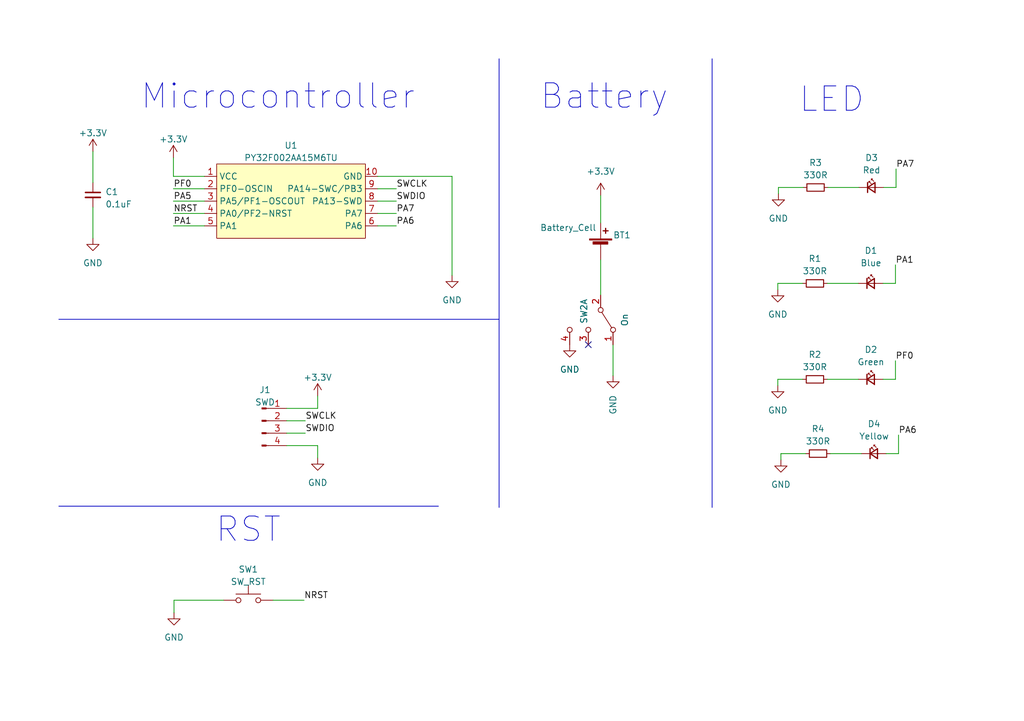
<source format=kicad_sch>
(kicad_sch (version 20230121) (generator eeschema)

  (uuid a1a5cc18-4438-4991-8797-8643680cf321)

  (paper "A5")

  (lib_symbols
    (symbol "Connector:Conn_01x04_Pin" (pin_names (offset 1.016) hide) (in_bom yes) (on_board yes)
      (property "Reference" "J" (at 0 5.08 0)
        (effects (font (size 1.27 1.27)))
      )
      (property "Value" "Conn_01x04_Pin" (at 0 -7.62 0)
        (effects (font (size 1.27 1.27)))
      )
      (property "Footprint" "" (at 0 0 0)
        (effects (font (size 1.27 1.27)) hide)
      )
      (property "Datasheet" "~" (at 0 0 0)
        (effects (font (size 1.27 1.27)) hide)
      )
      (property "ki_locked" "" (at 0 0 0)
        (effects (font (size 1.27 1.27)))
      )
      (property "ki_keywords" "connector" (at 0 0 0)
        (effects (font (size 1.27 1.27)) hide)
      )
      (property "ki_description" "Generic connector, single row, 01x04, script generated" (at 0 0 0)
        (effects (font (size 1.27 1.27)) hide)
      )
      (property "ki_fp_filters" "Connector*:*_1x??_*" (at 0 0 0)
        (effects (font (size 1.27 1.27)) hide)
      )
      (symbol "Conn_01x04_Pin_1_1"
        (polyline
          (pts
            (xy 1.27 -5.08)
            (xy 0.8636 -5.08)
          )
          (stroke (width 0.1524) (type default))
          (fill (type none))
        )
        (polyline
          (pts
            (xy 1.27 -2.54)
            (xy 0.8636 -2.54)
          )
          (stroke (width 0.1524) (type default))
          (fill (type none))
        )
        (polyline
          (pts
            (xy 1.27 0)
            (xy 0.8636 0)
          )
          (stroke (width 0.1524) (type default))
          (fill (type none))
        )
        (polyline
          (pts
            (xy 1.27 2.54)
            (xy 0.8636 2.54)
          )
          (stroke (width 0.1524) (type default))
          (fill (type none))
        )
        (rectangle (start 0.8636 -4.953) (end 0 -5.207)
          (stroke (width 0.1524) (type default))
          (fill (type outline))
        )
        (rectangle (start 0.8636 -2.413) (end 0 -2.667)
          (stroke (width 0.1524) (type default))
          (fill (type outline))
        )
        (rectangle (start 0.8636 0.127) (end 0 -0.127)
          (stroke (width 0.1524) (type default))
          (fill (type outline))
        )
        (rectangle (start 0.8636 2.667) (end 0 2.413)
          (stroke (width 0.1524) (type default))
          (fill (type outline))
        )
        (pin passive line (at 5.08 2.54 180) (length 3.81)
          (name "Pin_1" (effects (font (size 1.27 1.27))))
          (number "1" (effects (font (size 1.27 1.27))))
        )
        (pin passive line (at 5.08 0 180) (length 3.81)
          (name "Pin_2" (effects (font (size 1.27 1.27))))
          (number "2" (effects (font (size 1.27 1.27))))
        )
        (pin passive line (at 5.08 -2.54 180) (length 3.81)
          (name "Pin_3" (effects (font (size 1.27 1.27))))
          (number "3" (effects (font (size 1.27 1.27))))
        )
        (pin passive line (at 5.08 -5.08 180) (length 3.81)
          (name "Pin_4" (effects (font (size 1.27 1.27))))
          (number "4" (effects (font (size 1.27 1.27))))
        )
      )
    )
    (symbol "Device:Battery_Cell" (pin_numbers hide) (pin_names (offset 0) hide) (in_bom yes) (on_board yes)
      (property "Reference" "BT1" (at 2.54 2.54 0)
        (effects (font (size 1.27 1.27)) (justify left))
      )
      (property "Value" "Battery_Cell" (at -12.446 4.064 0)
        (effects (font (size 1.27 1.27)) (justify left))
      )
      (property "Footprint" "Batteries:BAT-HLD-001" (at 0 1.524 90)
        (effects (font (size 1.27 1.27)) hide)
      )
      (property "Datasheet" "" (at 0 1.524 90)
        (effects (font (size 1.27 1.27)))
      )
      (property "LCSC#" "" (at 0 0 0)
        (effects (font (size 1.27 1.27)) hide)
      )
      (property "manf#" "BAT-HLD-001" (at 0 0 0)
        (effects (font (size 1.27 1.27)) hide)
      )
      (property "ki_keywords" "battery cell" (at 0 0 0)
        (effects (font (size 1.27 1.27)) hide)
      )
      (property "ki_description" "Single-cell battery" (at 0 0 0)
        (effects (font (size 1.27 1.27)) hide)
      )
      (symbol "Battery_Cell_0_1"
        (rectangle (start -2.286 1.778) (end 2.286 1.524)
          (stroke (width 0) (type default))
          (fill (type outline))
        )
        (rectangle (start -1.5748 1.1938) (end 1.4732 0.6858)
          (stroke (width 0) (type default))
          (fill (type outline))
        )
        (polyline
          (pts
            (xy 0 0.762)
            (xy 0 0)
          )
          (stroke (width 0) (type default))
          (fill (type none))
        )
        (polyline
          (pts
            (xy 0 1.778)
            (xy 0 2.54)
          )
          (stroke (width 0) (type default))
          (fill (type none))
        )
        (polyline
          (pts
            (xy 0.508 3.429)
            (xy 1.524 3.429)
          )
          (stroke (width 0.254) (type default))
          (fill (type none))
        )
        (polyline
          (pts
            (xy 1.016 3.937)
            (xy 1.016 2.921)
          )
          (stroke (width 0.254) (type default))
          (fill (type none))
        )
      )
      (symbol "Battery_Cell_1_1"
        (pin passive line (at 0 -2.54 90) (length 2.54)
          (name "-" (effects (font (size 1.27 1.27))))
          (number "1" (effects (font (size 1.27 1.27))))
        )
        (pin passive line (at 0 5.08 270) (length 2.54)
          (name "+" (effects (font (size 1.27 1.27))))
          (number "2" (effects (font (size 1.27 1.27))))
        )
      )
    )
    (symbol "Device:C_Small" (pin_numbers hide) (pin_names (offset 0.254) hide) (in_bom yes) (on_board yes)
      (property "Reference" "C" (at 0.254 1.778 0)
        (effects (font (size 1.27 1.27)) (justify left))
      )
      (property "Value" "C_Small" (at 0.254 -2.032 0)
        (effects (font (size 1.27 1.27)) (justify left))
      )
      (property "Footprint" "" (at 0 0 0)
        (effects (font (size 1.27 1.27)) hide)
      )
      (property "Datasheet" "~" (at 0 0 0)
        (effects (font (size 1.27 1.27)) hide)
      )
      (property "ki_keywords" "capacitor cap" (at 0 0 0)
        (effects (font (size 1.27 1.27)) hide)
      )
      (property "ki_description" "Unpolarized capacitor, small symbol" (at 0 0 0)
        (effects (font (size 1.27 1.27)) hide)
      )
      (property "ki_fp_filters" "C_*" (at 0 0 0)
        (effects (font (size 1.27 1.27)) hide)
      )
      (symbol "C_Small_0_1"
        (polyline
          (pts
            (xy -1.524 -0.508)
            (xy 1.524 -0.508)
          )
          (stroke (width 0.3302) (type default))
          (fill (type none))
        )
        (polyline
          (pts
            (xy -1.524 0.508)
            (xy 1.524 0.508)
          )
          (stroke (width 0.3048) (type default))
          (fill (type none))
        )
      )
      (symbol "C_Small_1_1"
        (pin passive line (at 0 2.54 270) (length 2.032)
          (name "~" (effects (font (size 1.27 1.27))))
          (number "1" (effects (font (size 1.27 1.27))))
        )
        (pin passive line (at 0 -2.54 90) (length 2.032)
          (name "~" (effects (font (size 1.27 1.27))))
          (number "2" (effects (font (size 1.27 1.27))))
        )
      )
    )
    (symbol "Device:LED_Small" (pin_numbers hide) (pin_names (offset 0.254) hide) (in_bom yes) (on_board yes)
      (property "Reference" "D" (at -1.27 3.175 0)
        (effects (font (size 1.27 1.27)) (justify left))
      )
      (property "Value" "LED_Small" (at -4.445 -2.54 0)
        (effects (font (size 1.27 1.27)) (justify left))
      )
      (property "Footprint" "" (at 0 0 90)
        (effects (font (size 1.27 1.27)) hide)
      )
      (property "Datasheet" "~" (at 0 0 90)
        (effects (font (size 1.27 1.27)) hide)
      )
      (property "ki_keywords" "LED diode light-emitting-diode" (at 0 0 0)
        (effects (font (size 1.27 1.27)) hide)
      )
      (property "ki_description" "Light emitting diode, small symbol" (at 0 0 0)
        (effects (font (size 1.27 1.27)) hide)
      )
      (property "ki_fp_filters" "LED* LED_SMD:* LED_THT:*" (at 0 0 0)
        (effects (font (size 1.27 1.27)) hide)
      )
      (symbol "LED_Small_0_1"
        (polyline
          (pts
            (xy -0.762 -1.016)
            (xy -0.762 1.016)
          )
          (stroke (width 0.254) (type default))
          (fill (type none))
        )
        (polyline
          (pts
            (xy 1.016 0)
            (xy -0.762 0)
          )
          (stroke (width 0) (type default))
          (fill (type none))
        )
        (polyline
          (pts
            (xy 0.762 -1.016)
            (xy -0.762 0)
            (xy 0.762 1.016)
            (xy 0.762 -1.016)
          )
          (stroke (width 0.254) (type default))
          (fill (type none))
        )
        (polyline
          (pts
            (xy 0 0.762)
            (xy -0.508 1.27)
            (xy -0.254 1.27)
            (xy -0.508 1.27)
            (xy -0.508 1.016)
          )
          (stroke (width 0) (type default))
          (fill (type none))
        )
        (polyline
          (pts
            (xy 0.508 1.27)
            (xy 0 1.778)
            (xy 0.254 1.778)
            (xy 0 1.778)
            (xy 0 1.524)
          )
          (stroke (width 0) (type default))
          (fill (type none))
        )
      )
      (symbol "LED_Small_1_1"
        (pin passive line (at -2.54 0 0) (length 1.778)
          (name "K" (effects (font (size 1.27 1.27))))
          (number "1" (effects (font (size 1.27 1.27))))
        )
        (pin passive line (at 2.54 0 180) (length 1.778)
          (name "A" (effects (font (size 1.27 1.27))))
          (number "2" (effects (font (size 1.27 1.27))))
        )
      )
    )
    (symbol "Device:R_Small" (pin_numbers hide) (pin_names (offset 0.254) hide) (in_bom yes) (on_board yes)
      (property "Reference" "R" (at 0.762 0.508 0)
        (effects (font (size 1.27 1.27)) (justify left))
      )
      (property "Value" "R_Small" (at 0.762 -1.016 0)
        (effects (font (size 1.27 1.27)) (justify left))
      )
      (property "Footprint" "" (at 0 0 0)
        (effects (font (size 1.27 1.27)) hide)
      )
      (property "Datasheet" "~" (at 0 0 0)
        (effects (font (size 1.27 1.27)) hide)
      )
      (property "ki_keywords" "R resistor" (at 0 0 0)
        (effects (font (size 1.27 1.27)) hide)
      )
      (property "ki_description" "Resistor, small symbol" (at 0 0 0)
        (effects (font (size 1.27 1.27)) hide)
      )
      (property "ki_fp_filters" "R_*" (at 0 0 0)
        (effects (font (size 1.27 1.27)) hide)
      )
      (symbol "R_Small_0_1"
        (rectangle (start -0.762 1.778) (end 0.762 -1.778)
          (stroke (width 0.2032) (type default))
          (fill (type none))
        )
      )
      (symbol "R_Small_1_1"
        (pin passive line (at 0 2.54 270) (length 0.762)
          (name "~" (effects (font (size 1.27 1.27))))
          (number "1" (effects (font (size 1.27 1.27))))
        )
        (pin passive line (at 0 -2.54 90) (length 0.762)
          (name "~" (effects (font (size 1.27 1.27))))
          (number "2" (effects (font (size 1.27 1.27))))
        )
      )
    )
    (symbol "MCU_PY32F002:PY32F002AA15M6TU" (in_bom yes) (on_board yes)
      (property "Reference" "U" (at 0 0 0)
        (effects (font (size 1.27 1.27)))
      )
      (property "Value" "PY32F002AA15M6TU" (at 6.35 -17.78 0)
        (effects (font (size 1.27 1.27)))
      )
      (property "Footprint" "" (at 0 0 0)
        (effects (font (size 1.27 1.27)) hide)
      )
      (property "Datasheet" "https://datasheet.lcsc.com/lcsc/2303271200_PUYA--PY32F002AA15M6TU_C5292058.pdf" (at 8.89 -20.32 0)
        (effects (font (size 1.27 1.27)) hide)
      )
      (symbol "PY32F002AA15M6TU_1_1"
        (rectangle (start -3.81 -1.27) (end 26.67 -16.51)
          (stroke (width 0) (type default))
          (fill (type background))
        )
        (pin input line (at -6.35 -3.81 0) (length 2.54)
          (name "VCC" (effects (font (size 1.27 1.27))))
          (number "1" (effects (font (size 1.27 1.27))))
        )
        (pin input line (at 29.21 -3.81 180) (length 2.54)
          (name "GND" (effects (font (size 1.27 1.27))))
          (number "10" (effects (font (size 1.27 1.27))))
        )
        (pin input line (at -6.35 -6.35 0) (length 2.54)
          (name "PF0-OSCIN" (effects (font (size 1.27 1.27))))
          (number "2" (effects (font (size 1.27 1.27))))
        )
        (pin input line (at -6.35 -8.89 0) (length 2.54)
          (name "PA5/PF1-OSCOUT" (effects (font (size 1.27 1.27))))
          (number "3" (effects (font (size 1.27 1.27))))
        )
        (pin input line (at -6.35 -11.43 0) (length 2.54)
          (name "PA0/PF2-NRST" (effects (font (size 1.27 1.27))))
          (number "4" (effects (font (size 1.27 1.27))))
        )
        (pin input line (at -6.35 -13.97 0) (length 2.54)
          (name "PA1" (effects (font (size 1.27 1.27))))
          (number "5" (effects (font (size 1.27 1.27))))
        )
        (pin input line (at 29.21 -13.97 180) (length 2.54)
          (name "PA6" (effects (font (size 1.27 1.27))))
          (number "6" (effects (font (size 1.27 1.27))))
        )
        (pin input line (at 29.21 -11.43 180) (length 2.54)
          (name "PA7" (effects (font (size 1.27 1.27))))
          (number "7" (effects (font (size 1.27 1.27))))
        )
        (pin input line (at 29.21 -8.89 180) (length 2.54)
          (name "PA13-SWD" (effects (font (size 1.27 1.27))))
          (number "8" (effects (font (size 1.27 1.27))))
        )
        (pin input line (at 29.21 -6.35 180) (length 2.54)
          (name "PA14-SWC/PB3" (effects (font (size 1.27 1.27))))
          (number "9" (effects (font (size 1.27 1.27))))
        )
      )
    )
    (symbol "Switch:SW_DPDT_x2" (pin_names (offset 0) hide) (in_bom yes) (on_board yes)
      (property "Reference" "SW2" (at -1.778 -3.429 0)
        (effects (font (size 1.27 1.27)))
      )
      (property "Value" "On" (at 0 4.9276 0)
        (effects (font (size 1.27 1.27)))
      )
      (property "Footprint" "Footprints:MSK12C02" (at 0 0 0)
        (effects (font (size 1.27 1.27)) hide)
      )
      (property "Datasheet" "~" (at 0 0 0)
        (effects (font (size 1.27 1.27)) hide)
      )
      (property "manf#" "" (at 0 0 0)
        (effects (font (size 1.27 1.27)) hide)
      )
      (property "LCSC#" "C431540" (at 0 0 0)
        (effects (font (size 1.27 1.27)) hide)
      )
      (property "ki_keywords" "switch dual-pole double-throw DPDT spdt ON-ON" (at 0 0 0)
        (effects (font (size 1.27 1.27)) hide)
      )
      (property "ki_description" "Switch, dual pole double throw, separate symbols" (at 0 0 0)
        (effects (font (size 1.27 1.27)) hide)
      )
      (property "ki_fp_filters" "SW*DPDT*" (at 0 0 0)
        (effects (font (size 1.27 1.27)) hide)
      )
      (symbol "SW_DPDT_x2_0_0"
        (circle (center -2.032 0) (radius 0.508)
          (stroke (width 0) (type default))
          (fill (type none))
        )
        (circle (center 2.032 -6.35) (radius 0.508)
          (stroke (width 0) (type default))
          (fill (type none))
        )
        (circle (center 2.032 -2.54) (radius 0.508)
          (stroke (width 0) (type default))
          (fill (type none))
        )
      )
      (symbol "SW_DPDT_x2_0_1"
        (polyline
          (pts
            (xy -1.524 0.254)
            (xy 1.651 2.286)
          )
          (stroke (width 0) (type default))
          (fill (type none))
        )
        (circle (center 2.032 2.54) (radius 0.508)
          (stroke (width 0) (type default))
          (fill (type none))
        )
      )
      (symbol "SW_DPDT_x2_1_1"
        (pin passive line (at 5.08 2.54 180) (length 2.54)
          (name "A" (effects (font (size 1.27 1.27))))
          (number "1" (effects (font (size 1.27 1.27))))
        )
        (pin passive line (at -5.08 0 0) (length 2.54)
          (name "B" (effects (font (size 1.27 1.27))))
          (number "2" (effects (font (size 1.27 1.27))))
        )
        (pin passive line (at 5.08 -2.54 180) (length 2.54)
          (name "C" (effects (font (size 1.27 1.27))))
          (number "3" (effects (font (size 1.27 1.27))))
        )
        (pin passive line (at 5.08 -6.35 180) (length 2.54)
          (name "C" (effects (font (size 1.27 1.27))))
          (number "4" (effects (font (size 1.27 1.27))))
        )
      )
      (symbol "SW_DPDT_x2_2_1"
        (pin passive line (at 5.08 2.54 180) (length 2.54)
          (name "A" (effects (font (size 1.27 1.27))))
          (number "4" (effects (font (size 1.27 1.27))))
        )
        (pin passive line (at -5.08 0 0) (length 2.54)
          (name "B" (effects (font (size 1.27 1.27))))
          (number "5" (effects (font (size 1.27 1.27))))
        )
        (pin passive line (at 5.08 -2.54 180) (length 2.54)
          (name "C" (effects (font (size 1.27 1.27))))
          (number "6" (effects (font (size 1.27 1.27))))
        )
      )
    )
    (symbol "Switch:SW_Push" (pin_numbers hide) (pin_names (offset 1.016) hide) (in_bom yes) (on_board yes)
      (property "Reference" "SW" (at 1.27 2.54 0)
        (effects (font (size 1.27 1.27)) (justify left))
      )
      (property "Value" "SW_Push" (at 0 -1.524 0)
        (effects (font (size 1.27 1.27)))
      )
      (property "Footprint" "" (at 0 5.08 0)
        (effects (font (size 1.27 1.27)) hide)
      )
      (property "Datasheet" "~" (at 0 5.08 0)
        (effects (font (size 1.27 1.27)) hide)
      )
      (property "ki_keywords" "switch normally-open pushbutton push-button" (at 0 0 0)
        (effects (font (size 1.27 1.27)) hide)
      )
      (property "ki_description" "Push button switch, generic, two pins" (at 0 0 0)
        (effects (font (size 1.27 1.27)) hide)
      )
      (symbol "SW_Push_0_1"
        (circle (center -2.032 0) (radius 0.508)
          (stroke (width 0) (type default))
          (fill (type none))
        )
        (polyline
          (pts
            (xy 0 1.27)
            (xy 0 3.048)
          )
          (stroke (width 0) (type default))
          (fill (type none))
        )
        (polyline
          (pts
            (xy 2.54 1.27)
            (xy -2.54 1.27)
          )
          (stroke (width 0) (type default))
          (fill (type none))
        )
        (circle (center 2.032 0) (radius 0.508)
          (stroke (width 0) (type default))
          (fill (type none))
        )
        (pin passive line (at -5.08 0 0) (length 2.54)
          (name "1" (effects (font (size 1.27 1.27))))
          (number "1" (effects (font (size 1.27 1.27))))
        )
        (pin passive line (at 5.08 0 180) (length 2.54)
          (name "2" (effects (font (size 1.27 1.27))))
          (number "2" (effects (font (size 1.27 1.27))))
        )
      )
    )
    (symbol "power:+3.3V" (power) (pin_names (offset 0)) (in_bom yes) (on_board yes)
      (property "Reference" "#PWR" (at 0 -3.81 0)
        (effects (font (size 1.27 1.27)) hide)
      )
      (property "Value" "+3.3V" (at 0 3.556 0)
        (effects (font (size 1.27 1.27)))
      )
      (property "Footprint" "" (at 0 0 0)
        (effects (font (size 1.27 1.27)) hide)
      )
      (property "Datasheet" "" (at 0 0 0)
        (effects (font (size 1.27 1.27)) hide)
      )
      (property "ki_keywords" "global power" (at 0 0 0)
        (effects (font (size 1.27 1.27)) hide)
      )
      (property "ki_description" "Power symbol creates a global label with name \"+3.3V\"" (at 0 0 0)
        (effects (font (size 1.27 1.27)) hide)
      )
      (symbol "+3.3V_0_1"
        (polyline
          (pts
            (xy -0.762 1.27)
            (xy 0 2.54)
          )
          (stroke (width 0) (type default))
          (fill (type none))
        )
        (polyline
          (pts
            (xy 0 0)
            (xy 0 2.54)
          )
          (stroke (width 0) (type default))
          (fill (type none))
        )
        (polyline
          (pts
            (xy 0 2.54)
            (xy 0.762 1.27)
          )
          (stroke (width 0) (type default))
          (fill (type none))
        )
      )
      (symbol "+3.3V_1_1"
        (pin power_in line (at 0 0 90) (length 0) hide
          (name "+3.3V" (effects (font (size 1.27 1.27))))
          (number "1" (effects (font (size 1.27 1.27))))
        )
      )
    )
    (symbol "power:GND" (power) (pin_names (offset 0)) (in_bom yes) (on_board yes)
      (property "Reference" "#PWR" (at 0 -6.35 0)
        (effects (font (size 1.27 1.27)) hide)
      )
      (property "Value" "GND" (at 0 -3.81 0)
        (effects (font (size 1.27 1.27)))
      )
      (property "Footprint" "" (at 0 0 0)
        (effects (font (size 1.27 1.27)) hide)
      )
      (property "Datasheet" "" (at 0 0 0)
        (effects (font (size 1.27 1.27)) hide)
      )
      (property "ki_keywords" "global power" (at 0 0 0)
        (effects (font (size 1.27 1.27)) hide)
      )
      (property "ki_description" "Power symbol creates a global label with name \"GND\" , ground" (at 0 0 0)
        (effects (font (size 1.27 1.27)) hide)
      )
      (symbol "GND_0_1"
        (polyline
          (pts
            (xy 0 0)
            (xy 0 -1.27)
            (xy 1.27 -1.27)
            (xy 0 -2.54)
            (xy -1.27 -1.27)
            (xy 0 -1.27)
          )
          (stroke (width 0) (type default))
          (fill (type none))
        )
      )
      (symbol "GND_1_1"
        (pin power_in line (at 0 0 270) (length 0) hide
          (name "GND" (effects (font (size 1.27 1.27))))
          (number "1" (effects (font (size 1.27 1.27))))
        )
      )
    )
  )


  (no_connect (at 120.65 70.739) (uuid 83e8ed96-d49b-447f-95fd-9a5d9adcf16d))

  (wire (pts (xy 159.512 77.851) (xy 159.512 79.121))
    (stroke (width 0) (type default))
    (uuid 13a68be8-5d07-498b-8a2d-06665fbc39a9)
  )
  (polyline (pts (xy 102.362 12.065) (xy 102.362 104.14))
    (stroke (width 0) (type default))
    (uuid 1dd5df71-e933-4a9e-82eb-346af3178305)
  )

  (wire (pts (xy 65.151 81.28) (xy 65.151 83.82))
    (stroke (width 0) (type default))
    (uuid 26c0d3c2-fdfa-4510-a494-d2868ae51b02)
  )
  (wire (pts (xy 65.151 83.82) (xy 58.801 83.82))
    (stroke (width 0) (type default))
    (uuid 26d7bfd8-f2cb-4252-bb78-eb707e8e7125)
  )
  (wire (pts (xy 125.73 70.739) (xy 125.73 77.089))
    (stroke (width 0) (type default))
    (uuid 2719f820-d66a-425a-9b92-933e0ee17dfb)
  )
  (wire (pts (xy 58.801 86.36) (xy 62.611 86.36))
    (stroke (width 0) (type default))
    (uuid 2dd200fa-823c-4869-879d-4c113fcbd232)
  )
  (wire (pts (xy 35.56 36.195) (xy 35.56 32.385))
    (stroke (width 0) (type default))
    (uuid 38f49c93-db6c-4357-98da-4fba912fd7c4)
  )
  (polyline (pts (xy 12.065 103.886) (xy 89.916 103.886))
    (stroke (width 0) (type default))
    (uuid 41d079a5-fa0f-4538-9361-668d1579fb8e)
  )

  (wire (pts (xy 169.672 58.166) (xy 176.022 58.166))
    (stroke (width 0) (type default))
    (uuid 47585111-f935-4434-bf98-9c432b366150)
  )
  (wire (pts (xy 164.719 38.481) (xy 159.639 38.481))
    (stroke (width 0) (type default))
    (uuid 48042ff5-7c73-49bb-be5c-f63a281a78cc)
  )
  (wire (pts (xy 184.277 89.281) (xy 184.277 93.091))
    (stroke (width 0) (type default))
    (uuid 4d812862-1e87-43a0-a1e4-816ac4fa61d9)
  )
  (wire (pts (xy 183.642 54.356) (xy 183.642 58.166))
    (stroke (width 0) (type default))
    (uuid 51287c98-29c5-46a8-90f2-f498545f32b5)
  )
  (wire (pts (xy 169.672 77.851) (xy 176.022 77.851))
    (stroke (width 0) (type default))
    (uuid 53cf2623-7567-4cf4-b3f8-a918d7506c14)
  )
  (wire (pts (xy 19.05 31.115) (xy 19.05 37.465))
    (stroke (width 0) (type default))
    (uuid 599bef44-892f-4b1a-be9b-cec678ed6e96)
  )
  (wire (pts (xy 169.799 38.481) (xy 176.149 38.481))
    (stroke (width 0) (type default))
    (uuid 611613e0-59f6-4add-9f47-b963996b5536)
  )
  (wire (pts (xy 183.642 58.166) (xy 181.102 58.166))
    (stroke (width 0) (type default))
    (uuid 62458583-7421-479a-a726-0615f7871a38)
  )
  (wire (pts (xy 35.687 123.19) (xy 35.687 125.73))
    (stroke (width 0) (type default))
    (uuid 66c5ba0b-9d8d-462c-b470-587b46e3b3f9)
  )
  (polyline (pts (xy 12.065 65.532) (xy 102.362 65.532))
    (stroke (width 0) (type default))
    (uuid 725a7dc8-dfa4-4b6e-8861-199dc03e27da)
  )

  (wire (pts (xy 164.592 58.166) (xy 159.512 58.166))
    (stroke (width 0) (type default))
    (uuid 74b95e1d-328f-40b4-8d2e-5f12fdea9b7b)
  )
  (wire (pts (xy 164.592 77.851) (xy 159.512 77.851))
    (stroke (width 0) (type default))
    (uuid 75b31ba7-8e15-4432-9804-468f31ed0cee)
  )
  (wire (pts (xy 170.307 93.091) (xy 176.657 93.091))
    (stroke (width 0) (type default))
    (uuid 76e69c8e-9a26-429b-a1d0-37493e590c97)
  )
  (wire (pts (xy 159.512 58.166) (xy 159.512 59.436))
    (stroke (width 0) (type default))
    (uuid 771c0669-99a0-45ec-9e3f-702d603aca8e)
  )
  (wire (pts (xy 184.277 93.091) (xy 181.737 93.091))
    (stroke (width 0) (type default))
    (uuid 79fb16b2-6c00-4db5-9762-f3a3a4fa67f2)
  )
  (wire (pts (xy 41.91 36.195) (xy 35.56 36.195))
    (stroke (width 0) (type default))
    (uuid 7a4d6d58-59c1-4190-9af7-3d6adc348d37)
  )
  (wire (pts (xy 56.007 123.19) (xy 62.357 123.19))
    (stroke (width 0) (type default))
    (uuid 7bd1485f-7cba-400e-ad4a-74d815f51939)
  )
  (wire (pts (xy 183.642 77.851) (xy 181.102 77.851))
    (stroke (width 0) (type default))
    (uuid 8320813b-8386-4ce4-9387-be68c7400de2)
  )
  (wire (pts (xy 123.19 53.34) (xy 123.19 60.579))
    (stroke (width 0) (type default))
    (uuid 84b370c3-0c1f-4b91-a617-b747aeb3c4a2)
  )
  (wire (pts (xy 35.56 38.735) (xy 41.91 38.735))
    (stroke (width 0) (type default))
    (uuid 84bbac33-ec6f-4847-a955-390597adb1e3)
  )
  (wire (pts (xy 19.05 42.545) (xy 19.05 48.895))
    (stroke (width 0) (type default))
    (uuid 8ddc584c-fdc3-4917-9830-336aff348715)
  )
  (wire (pts (xy 92.71 36.195) (xy 92.71 56.515))
    (stroke (width 0) (type default))
    (uuid 9392de76-bc0e-4986-8784-83d857a093b2)
  )
  (wire (pts (xy 35.56 43.815) (xy 41.91 43.815))
    (stroke (width 0) (type default))
    (uuid 96e4ea09-40a6-40c1-ac65-8dd0db496987)
  )
  (wire (pts (xy 159.639 38.481) (xy 159.639 39.751))
    (stroke (width 0) (type default))
    (uuid 9ac13caf-72c1-4a12-9f6b-f5ba6fe06c11)
  )
  (wire (pts (xy 58.801 88.9) (xy 62.611 88.9))
    (stroke (width 0) (type default))
    (uuid a44da537-8a40-45c3-bf5a-8e9d06a4b39a)
  )
  (polyline (pts (xy 146.05 12.065) (xy 146.05 104.14))
    (stroke (width 0) (type default))
    (uuid a8a08569-4907-40f9-a80a-c753b7bb065a)
  )

  (wire (pts (xy 77.47 43.815) (xy 81.28 43.815))
    (stroke (width 0) (type default))
    (uuid ad6fd5b7-17fb-4c2b-aa9a-a69aeb2c0f88)
  )
  (wire (pts (xy 77.47 46.355) (xy 81.28 46.355))
    (stroke (width 0) (type default))
    (uuid c3bbf463-8355-4fab-a804-1be5f2217ad5)
  )
  (wire (pts (xy 77.47 41.275) (xy 81.28 41.275))
    (stroke (width 0) (type default))
    (uuid c3c4d7e2-3854-4330-87c3-6092ad5206cc)
  )
  (wire (pts (xy 165.227 93.091) (xy 160.147 93.091))
    (stroke (width 0) (type default))
    (uuid ceab4f9b-c2eb-4234-963f-c5d5a5f4fd68)
  )
  (wire (pts (xy 45.847 123.19) (xy 35.687 123.19))
    (stroke (width 0) (type default))
    (uuid d09ec1cb-38f5-47ae-9a0c-6d5b06b89e68)
  )
  (wire (pts (xy 123.19 40.132) (xy 123.19 45.72))
    (stroke (width 0) (type default))
    (uuid d468eac0-d37c-4050-aec9-6aa211bd68f2)
  )
  (wire (pts (xy 77.47 38.735) (xy 81.28 38.735))
    (stroke (width 0) (type default))
    (uuid d715695b-0121-4012-819b-ac211d4e6c04)
  )
  (wire (pts (xy 35.56 46.355) (xy 41.91 46.355))
    (stroke (width 0) (type default))
    (uuid da07c45e-14da-4437-9088-1115a5f620fc)
  )
  (wire (pts (xy 35.56 41.275) (xy 41.91 41.275))
    (stroke (width 0) (type default))
    (uuid db4159e0-b440-4c51-957e-00e7bc340f5c)
  )
  (wire (pts (xy 183.642 74.041) (xy 183.642 77.851))
    (stroke (width 0) (type default))
    (uuid e25d13df-b43f-4c21-bd59-69225b7c345b)
  )
  (wire (pts (xy 77.47 36.195) (xy 92.71 36.195))
    (stroke (width 0) (type default))
    (uuid e2d5671e-6de2-43a3-97cb-f5c6da4f1dfb)
  )
  (wire (pts (xy 183.769 34.671) (xy 183.769 38.481))
    (stroke (width 0) (type default))
    (uuid e433dcbb-0cf8-4f8a-bf9b-59d3fba446e6)
  )
  (wire (pts (xy 65.151 93.98) (xy 65.151 91.44))
    (stroke (width 0) (type default))
    (uuid e620eeec-3522-44c7-b2f5-cf507031f7c5)
  )
  (wire (pts (xy 65.151 91.44) (xy 58.801 91.44))
    (stroke (width 0) (type default))
    (uuid ee0e49e2-9c81-46e0-a4a2-98136e21a9fb)
  )
  (wire (pts (xy 183.769 38.481) (xy 181.229 38.481))
    (stroke (width 0) (type default))
    (uuid ee4cc541-e9ca-4ed9-a494-66f78f8976ff)
  )
  (wire (pts (xy 160.147 93.091) (xy 160.147 94.361))
    (stroke (width 0) (type default))
    (uuid eefcb719-3b0c-49d4-8a8d-16cab6a344b5)
  )

  (text "Microcontroller" (at 28.702 22.86 0)
    (effects (font (size 5 5)) (justify left bottom))
    (uuid 4321c248-811b-4e52-88c0-8e6544cfb266)
  )
  (text "LED\n" (at 163.703 23.495 0)
    (effects (font (size 5 5)) (justify left bottom))
    (uuid 484789b1-2fe5-4fa2-9fec-8ffed0bbc9cf)
  )
  (text "RST" (at 44.069 111.76 0)
    (effects (font (size 5 5)) (justify left bottom))
    (uuid a756b1ed-809a-4207-8986-252e06852ba0)
  )
  (text "Battery" (at 110.617 22.86 0)
    (effects (font (size 5 5)) (justify left bottom))
    (uuid dcb0dd38-86ee-4268-a739-caff9ab7e1a1)
  )

  (label "SWDIO" (at 81.28 41.275 0) (fields_autoplaced)
    (effects (font (size 1.27 1.27)) (justify left bottom))
    (uuid 03737f87-83b7-46ea-8396-5adce9db8f8a)
  )
  (label "NRST" (at 62.357 123.19 0) (fields_autoplaced)
    (effects (font (size 1.27 1.27)) (justify left bottom))
    (uuid 04ea1888-8f79-4f38-bb04-a85ed33c715a)
  )
  (label "PA1" (at 183.642 54.356 0) (fields_autoplaced)
    (effects (font (size 1.27 1.27)) (justify left bottom))
    (uuid 0f2cbb44-b1a9-4f71-9168-e18d86a6efcc)
  )
  (label "SWDIO" (at 62.611 88.9 0) (fields_autoplaced)
    (effects (font (size 1.27 1.27)) (justify left bottom))
    (uuid 152dcc3b-2940-4f23-a02e-623673f3f61b)
  )
  (label "PF0" (at 183.642 74.041 0) (fields_autoplaced)
    (effects (font (size 1.27 1.27)) (justify left bottom))
    (uuid 303fa836-e9c0-4bf5-a2db-c8bba27ca9ac)
  )
  (label "NRST" (at 35.56 43.815 0) (fields_autoplaced)
    (effects (font (size 1.27 1.27)) (justify left bottom))
    (uuid 4fe187c9-832a-4fb3-ab60-9a6dd7828b02)
  )
  (label "PA5" (at 35.56 41.275 0) (fields_autoplaced)
    (effects (font (size 1.27 1.27)) (justify left bottom))
    (uuid 70d0d22f-4c50-40b2-9264-b20146e99ed6)
  )
  (label "PF0" (at 35.56 38.735 0) (fields_autoplaced)
    (effects (font (size 1.27 1.27)) (justify left bottom))
    (uuid 8c168375-ee47-4a06-ace4-c8acbd786600)
  )
  (label "PA7" (at 183.769 34.671 0) (fields_autoplaced)
    (effects (font (size 1.27 1.27)) (justify left bottom))
    (uuid a1f09f0a-4b1e-42fd-bcc6-ec3fbb8d81e3)
  )
  (label "PA6" (at 184.277 89.281 0) (fields_autoplaced)
    (effects (font (size 1.27 1.27)) (justify left bottom))
    (uuid c68b8944-fd8e-4efe-9eef-5c484705bf96)
  )
  (label "SWCLK" (at 62.611 86.36 0) (fields_autoplaced)
    (effects (font (size 1.27 1.27)) (justify left bottom))
    (uuid dd7ef1b3-6dd7-437a-bb78-5f6c672ebe86)
  )
  (label "PA7" (at 81.28 43.815 0) (fields_autoplaced)
    (effects (font (size 1.27 1.27)) (justify left bottom))
    (uuid e4156e28-4f9c-4d8c-b7ab-5ca68d4f5d93)
  )
  (label "SWCLK" (at 81.28 38.735 0) (fields_autoplaced)
    (effects (font (size 1.27 1.27)) (justify left bottom))
    (uuid e4d44408-747d-48b5-b7fd-900aff2c108c)
  )
  (label "PA6" (at 81.28 46.355 0) (fields_autoplaced)
    (effects (font (size 1.27 1.27)) (justify left bottom))
    (uuid f6a88014-4180-4376-944a-49363f7a66f3)
  )
  (label "PA1" (at 35.56 46.355 0) (fields_autoplaced)
    (effects (font (size 1.27 1.27)) (justify left bottom))
    (uuid fae34c91-72c1-4b09-8e8f-6624e2a153b6)
  )

  (symbol (lib_id "power:GND") (at 65.151 93.98 0) (unit 1)
    (in_bom yes) (on_board yes) (dnp no) (fields_autoplaced)
    (uuid 0a465c0d-fd9e-4a45-b7bb-ca8eee168228)
    (property "Reference" "#PWR012" (at 65.151 100.33 0)
      (effects (font (size 1.27 1.27)) hide)
    )
    (property "Value" "GND" (at 65.151 99.06 0)
      (effects (font (size 1.27 1.27)))
    )
    (property "Footprint" "" (at 65.151 93.98 0)
      (effects (font (size 1.27 1.27)) hide)
    )
    (property "Datasheet" "" (at 65.151 93.98 0)
      (effects (font (size 1.27 1.27)) hide)
    )
    (pin "1" (uuid 533b0d31-0da7-495b-8eb6-1b1aa95b032b))
    (instances
      (project "PUYA_Prototype"
        (path "/91c4888c-83fe-4d7b-b1c7-0dcb45a826cb"
          (reference "#PWR012") (unit 1)
        )
      )
      (project "Badge-HackGDL2023"
        (path "/a1a5cc18-4438-4991-8797-8643680cf321"
          (reference "#PWR017") (unit 1)
        )
      )
    )
  )

  (symbol (lib_id "Device:Battery_Cell") (at 123.19 50.8 0) (unit 1)
    (in_bom yes) (on_board yes) (dnp no)
    (uuid 0b1ad350-2dd6-4782-b47d-88e842cd8ab8)
    (property "Reference" "BT1" (at 125.73 48.26 0)
      (effects (font (size 1.27 1.27)) (justify left))
    )
    (property "Value" "Battery_Cell" (at 110.744 46.736 0)
      (effects (font (size 1.27 1.27)) (justify left))
    )
    (property "Footprint" "Batteries:BAT-HLD-001" (at 123.19 49.276 90)
      (effects (font (size 1.27 1.27)) hide)
    )
    (property "Datasheet" "" (at 123.19 49.276 90)
      (effects (font (size 1.27 1.27)))
    )
    (property "LCSC#" "C964833" (at 123.19 50.8 0)
      (effects (font (size 1.27 1.27)) hide)
    )
    (property "manf#" "" (at 123.19 50.8 0)
      (effects (font (size 1.27 1.27)) hide)
    )
    (pin "2" (uuid b2d935e2-70f8-481b-8889-cb277210907c))
    (pin "1" (uuid b0dd3509-68a8-42cf-9466-3e79e63d3d75))
    (instances
      (project "Piñata"
        (path "/56c07328-4343-402c-a925-bec4be391fc9"
          (reference "BT1") (unit 1)
        )
      )
      (project "AjoloteBoard"
        (path "/7f3eb118-a20c-4239-b800-c9211c66847d"
          (reference "BT1") (unit 1)
        )
      )
      (project "Badge-HackGDL2023"
        (path "/a1a5cc18-4438-4991-8797-8643680cf321"
          (reference "BT1") (unit 1)
        )
      )
    )
  )

  (symbol (lib_id "Device:R_Small") (at 167.767 93.091 90) (unit 1)
    (in_bom yes) (on_board yes) (dnp no) (fields_autoplaced)
    (uuid 0cca873f-0d4a-4b0d-b526-c9c1191db84b)
    (property "Reference" "R4" (at 167.767 88.011 90)
      (effects (font (size 1.27 1.27)))
    )
    (property "Value" "330R" (at 167.767 90.551 90)
      (effects (font (size 1.27 1.27)))
    )
    (property "Footprint" "Resistor_SMD:R_0805_2012Metric" (at 167.767 93.091 0)
      (effects (font (size 1.27 1.27)) hide)
    )
    (property "Datasheet" "~" (at 167.767 93.091 0)
      (effects (font (size 1.27 1.27)) hide)
    )
    (property "LCSC#" "C119075" (at 167.767 93.091 0)
      (effects (font (size 1.27 1.27)) hide)
    )
    (property "manf#" "" (at 167.767 93.091 0)
      (effects (font (size 1.27 1.27)) hide)
    )
    (pin "1" (uuid 2676234b-acad-476d-9874-eca70c66052d))
    (pin "2" (uuid c0290914-38b9-47f3-9193-22221eb8eb19))
    (instances
      (project "Piñata"
        (path "/56c07328-4343-402c-a925-bec4be391fc9"
          (reference "R4") (unit 1)
        )
      )
      (project "PUYA_Prototype"
        (path "/91c4888c-83fe-4d7b-b1c7-0dcb45a826cb"
          (reference "R1") (unit 1)
        )
      )
      (project "Badge-HackGDL2023"
        (path "/a1a5cc18-4438-4991-8797-8643680cf321"
          (reference "R4") (unit 1)
        )
      )
    )
  )

  (symbol (lib_id "Device:LED_Small") (at 178.562 58.166 0) (unit 1)
    (in_bom yes) (on_board yes) (dnp no) (fields_autoplaced)
    (uuid 18490bfc-51fe-47a8-9113-e428b4455679)
    (property "Reference" "D2" (at 178.6255 51.435 0)
      (effects (font (size 1.27 1.27)))
    )
    (property "Value" "Blue" (at 178.6255 53.975 0)
      (effects (font (size 1.27 1.27)))
    )
    (property "Footprint" "LED_SMD:LED_0805_2012Metric" (at 178.562 58.166 90)
      (effects (font (size 1.27 1.27)) hide)
    )
    (property "Datasheet" "~" (at 178.562 58.166 90)
      (effects (font (size 1.27 1.27)) hide)
    )
    (property "LCSC#" "C205441" (at 178.562 58.166 0)
      (effects (font (size 1.27 1.27)) hide)
    )
    (property "manf#" "" (at 178.562 58.166 0)
      (effects (font (size 1.27 1.27)) hide)
    )
    (pin "1" (uuid 3adf5c52-b05b-460f-bae3-9c723a77cacf))
    (pin "2" (uuid ec111952-9887-4df5-b8c9-87da46e496f5))
    (instances
      (project "Piñata"
        (path "/56c07328-4343-402c-a925-bec4be391fc9"
          (reference "D2") (unit 1)
        )
      )
      (project "PUYA_Prototype"
        (path "/91c4888c-83fe-4d7b-b1c7-0dcb45a826cb"
          (reference "D1") (unit 1)
        )
      )
      (project "Badge-HackGDL2023"
        (path "/a1a5cc18-4438-4991-8797-8643680cf321"
          (reference "D1") (unit 1)
        )
      )
    )
  )

  (symbol (lib_id "Device:LED_Small") (at 178.689 38.481 0) (unit 1)
    (in_bom yes) (on_board yes) (dnp no) (fields_autoplaced)
    (uuid 2d557b23-ee1a-4383-a72b-3b25351e0095)
    (property "Reference" "D1" (at 178.7525 32.385 0)
      (effects (font (size 1.27 1.27)))
    )
    (property "Value" "Red" (at 178.7525 34.925 0)
      (effects (font (size 1.27 1.27)))
    )
    (property "Footprint" "LED_SMD:LED_0805_2012Metric" (at 178.689 38.481 90)
      (effects (font (size 1.27 1.27)) hide)
    )
    (property "Datasheet" "~" (at 178.689 38.481 90)
      (effects (font (size 1.27 1.27)) hide)
    )
    (property "LCSC#" "C965812" (at 178.689 38.481 0)
      (effects (font (size 1.27 1.27)) hide)
    )
    (property "manf#" "" (at 178.689 38.481 0)
      (effects (font (size 1.27 1.27)) hide)
    )
    (pin "1" (uuid c2150fa7-059f-4113-8d00-3b421f4840fb))
    (pin "2" (uuid 1106dbab-66bd-403f-b38b-a1ff0d188001))
    (instances
      (project "Piñata"
        (path "/56c07328-4343-402c-a925-bec4be391fc9"
          (reference "D1") (unit 1)
        )
      )
      (project "PUYA_Prototype"
        (path "/91c4888c-83fe-4d7b-b1c7-0dcb45a826cb"
          (reference "D1") (unit 1)
        )
      )
      (project "Badge-HackGDL2023"
        (path "/a1a5cc18-4438-4991-8797-8643680cf321"
          (reference "D3") (unit 1)
        )
      )
    )
  )

  (symbol (lib_id "Device:C_Small") (at 19.05 40.005 0) (unit 1)
    (in_bom yes) (on_board yes) (dnp no) (fields_autoplaced)
    (uuid 3697b996-3bb8-4b07-a3e2-09258a6c2474)
    (property "Reference" "C1" (at 21.59 39.3763 0)
      (effects (font (size 1.27 1.27)) (justify left))
    )
    (property "Value" "0.1uF" (at 21.59 41.9163 0)
      (effects (font (size 1.27 1.27)) (justify left))
    )
    (property "Footprint" "Capacitor_SMD:C_0805_2012Metric" (at 19.05 40.005 0)
      (effects (font (size 1.27 1.27)) hide)
    )
    (property "Datasheet" "~" (at 19.05 40.005 0)
      (effects (font (size 1.27 1.27)) hide)
    )
    (property "LCSC#" "C235731" (at 19.05 40.005 0)
      (effects (font (size 1.27 1.27)) hide)
    )
    (property "manf#" "" (at 19.05 40.005 0)
      (effects (font (size 1.27 1.27)) hide)
    )
    (pin "1" (uuid cc530139-b17e-458c-a86b-2bef265a7a42))
    (pin "2" (uuid 5af09331-3e62-4a62-ad87-e3b62ef7a74d))
    (instances
      (project "Piñata"
        (path "/56c07328-4343-402c-a925-bec4be391fc9"
          (reference "C1") (unit 1)
        )
      )
      (project "PUYA_Prototype"
        (path "/91c4888c-83fe-4d7b-b1c7-0dcb45a826cb"
          (reference "C3") (unit 1)
        )
      )
      (project "Badge-HackGDL2023"
        (path "/a1a5cc18-4438-4991-8797-8643680cf321"
          (reference "C1") (unit 1)
        )
      )
    )
  )

  (symbol (lib_id "power:GND") (at 125.73 77.089 0) (unit 1)
    (in_bom yes) (on_board yes) (dnp no) (fields_autoplaced)
    (uuid 36b6d12d-b320-4f77-ad7d-6962aa491713)
    (property "Reference" "#PWR09" (at 125.73 83.439 0)
      (effects (font (size 1.27 1.27)) hide)
    )
    (property "Value" "GND" (at 125.73 81.026 90)
      (effects (font (size 1.27 1.27)) (justify right))
    )
    (property "Footprint" "" (at 125.73 77.089 0)
      (effects (font (size 1.27 1.27)) hide)
    )
    (property "Datasheet" "" (at 125.73 77.089 0)
      (effects (font (size 1.27 1.27)) hide)
    )
    (pin "1" (uuid 1dc11f24-bb30-462d-a7db-f73ac285870f))
    (instances
      (project "Piñata"
        (path "/56c07328-4343-402c-a925-bec4be391fc9"
          (reference "#PWR09") (unit 1)
        )
      )
      (project "PUYA_Prototype"
        (path "/91c4888c-83fe-4d7b-b1c7-0dcb45a826cb"
          (reference "#PWR010") (unit 1)
        )
      )
      (project "Badge-HackGDL2023"
        (path "/a1a5cc18-4438-4991-8797-8643680cf321"
          (reference "#PWR011") (unit 1)
        )
      )
    )
  )

  (symbol (lib_id "power:+3.3V") (at 35.56 32.385 0) (unit 1)
    (in_bom yes) (on_board yes) (dnp no) (fields_autoplaced)
    (uuid 4aa8b3df-809d-45ca-8fa4-a74195d088f5)
    (property "Reference" "#PWR03" (at 35.56 36.195 0)
      (effects (font (size 1.27 1.27)) hide)
    )
    (property "Value" "+3.3V" (at 35.56 28.575 0)
      (effects (font (size 1.27 1.27)))
    )
    (property "Footprint" "" (at 35.56 32.385 0)
      (effects (font (size 1.27 1.27)) hide)
    )
    (property "Datasheet" "" (at 35.56 32.385 0)
      (effects (font (size 1.27 1.27)) hide)
    )
    (pin "1" (uuid 6609c25b-f592-4394-9fd1-561335aaf17c))
    (instances
      (project "Piñata"
        (path "/56c07328-4343-402c-a925-bec4be391fc9"
          (reference "#PWR03") (unit 1)
        )
      )
      (project "PUYA_Prototype"
        (path "/91c4888c-83fe-4d7b-b1c7-0dcb45a826cb"
          (reference "#PWR04") (unit 1)
        )
      )
      (project "Badge-HackGDL2023"
        (path "/a1a5cc18-4438-4991-8797-8643680cf321"
          (reference "#PWR03") (unit 1)
        )
      )
    )
  )

  (symbol (lib_id "power:GND") (at 92.71 56.515 0) (unit 1)
    (in_bom yes) (on_board yes) (dnp no) (fields_autoplaced)
    (uuid 4ea05756-5c11-4127-b1f0-11df7b17b4be)
    (property "Reference" "#PWR04" (at 92.71 62.865 0)
      (effects (font (size 1.27 1.27)) hide)
    )
    (property "Value" "GND" (at 92.71 61.595 0)
      (effects (font (size 1.27 1.27)))
    )
    (property "Footprint" "" (at 92.71 56.515 0)
      (effects (font (size 1.27 1.27)) hide)
    )
    (property "Datasheet" "" (at 92.71 56.515 0)
      (effects (font (size 1.27 1.27)) hide)
    )
    (pin "1" (uuid fe341d17-1d9a-4464-aea4-32fcb9351069))
    (instances
      (project "Piñata"
        (path "/56c07328-4343-402c-a925-bec4be391fc9"
          (reference "#PWR04") (unit 1)
        )
      )
      (project "PUYA_Prototype"
        (path "/91c4888c-83fe-4d7b-b1c7-0dcb45a826cb"
          (reference "#PWR06") (unit 1)
        )
      )
      (project "Badge-HackGDL2023"
        (path "/a1a5cc18-4438-4991-8797-8643680cf321"
          (reference "#PWR04") (unit 1)
        )
      )
    )
  )

  (symbol (lib_id "Switch:SW_Push") (at 50.927 123.19 0) (unit 1)
    (in_bom yes) (on_board yes) (dnp no) (fields_autoplaced)
    (uuid 5761836f-5f8f-4121-9ea0-e93bcc19f82d)
    (property "Reference" "SW1" (at 50.927 116.84 0)
      (effects (font (size 1.27 1.27)))
    )
    (property "Value" "SW_RST" (at 50.927 119.38 0)
      (effects (font (size 1.27 1.27)))
    )
    (property "Footprint" "Button_Switch_SMD:SW_SPST_TL3342" (at 50.927 118.11 0)
      (effects (font (size 1.27 1.27)) hide)
    )
    (property "Datasheet" "~" (at 50.927 118.11 0)
      (effects (font (size 1.27 1.27)) hide)
    )
    (property "LCSC#" "C318889" (at 50.927 123.19 0)
      (effects (font (size 1.27 1.27)) hide)
    )
    (property "manf#" "" (at 50.927 123.19 0)
      (effects (font (size 1.27 1.27)) hide)
    )
    (pin "1" (uuid 2b6c947a-f170-4fbc-a005-0f3164d3f4a9))
    (pin "2" (uuid ec4dabca-512a-4e89-acb0-b4082f5e6b4f))
    (instances
      (project "Piñata"
        (path "/56c07328-4343-402c-a925-bec4be391fc9"
          (reference "SW1") (unit 1)
        )
      )
      (project "PUYA_Prototype"
        (path "/91c4888c-83fe-4d7b-b1c7-0dcb45a826cb"
          (reference "SW1") (unit 1)
        )
      )
      (project "Badge-HackGDL2023"
        (path "/a1a5cc18-4438-4991-8797-8643680cf321"
          (reference "SW1") (unit 1)
        )
      )
    )
  )

  (symbol (lib_id "power:GND") (at 19.05 48.895 0) (unit 1)
    (in_bom yes) (on_board yes) (dnp no) (fields_autoplaced)
    (uuid 5831a44e-62f2-40f9-82d7-0704db2992df)
    (property "Reference" "#PWR02" (at 19.05 55.245 0)
      (effects (font (size 1.27 1.27)) hide)
    )
    (property "Value" "GND" (at 19.05 53.975 0)
      (effects (font (size 1.27 1.27)))
    )
    (property "Footprint" "" (at 19.05 48.895 0)
      (effects (font (size 1.27 1.27)) hide)
    )
    (property "Datasheet" "" (at 19.05 48.895 0)
      (effects (font (size 1.27 1.27)) hide)
    )
    (pin "1" (uuid 8853ebcc-dd36-4b27-a45c-34306e5687e3))
    (instances
      (project "Piñata"
        (path "/56c07328-4343-402c-a925-bec4be391fc9"
          (reference "#PWR02") (unit 1)
        )
      )
      (project "PUYA_Prototype"
        (path "/91c4888c-83fe-4d7b-b1c7-0dcb45a826cb"
          (reference "#PWR07") (unit 1)
        )
      )
      (project "Badge-HackGDL2023"
        (path "/a1a5cc18-4438-4991-8797-8643680cf321"
          (reference "#PWR02") (unit 1)
        )
      )
    )
  )

  (symbol (lib_id "power:GND") (at 35.687 125.73 0) (unit 1)
    (in_bom yes) (on_board yes) (dnp no) (fields_autoplaced)
    (uuid 59eeb4db-988c-496c-9c05-f127a0ae0abb)
    (property "Reference" "#PWR05" (at 35.687 132.08 0)
      (effects (font (size 1.27 1.27)) hide)
    )
    (property "Value" "GND" (at 35.687 130.81 0)
      (effects (font (size 1.27 1.27)))
    )
    (property "Footprint" "" (at 35.687 125.73 0)
      (effects (font (size 1.27 1.27)) hide)
    )
    (property "Datasheet" "" (at 35.687 125.73 0)
      (effects (font (size 1.27 1.27)) hide)
    )
    (pin "1" (uuid 0e7175bb-9a1b-41ca-8da4-ea0c87de075e))
    (instances
      (project "Piñata"
        (path "/56c07328-4343-402c-a925-bec4be391fc9"
          (reference "#PWR05") (unit 1)
        )
      )
      (project "PUYA_Prototype"
        (path "/91c4888c-83fe-4d7b-b1c7-0dcb45a826cb"
          (reference "#PWR010") (unit 1)
        )
      )
      (project "Badge-HackGDL2023"
        (path "/a1a5cc18-4438-4991-8797-8643680cf321"
          (reference "#PWR05") (unit 1)
        )
      )
    )
  )

  (symbol (lib_id "power:GND") (at 160.147 94.361 0) (unit 1)
    (in_bom yes) (on_board yes) (dnp no) (fields_autoplaced)
    (uuid 62f121d5-f350-4fd0-92c7-2e7f6284c717)
    (property "Reference" "#PWR014" (at 160.147 100.711 0)
      (effects (font (size 1.27 1.27)) hide)
    )
    (property "Value" "GND" (at 160.147 99.441 0)
      (effects (font (size 1.27 1.27)))
    )
    (property "Footprint" "" (at 160.147 94.361 0)
      (effects (font (size 1.27 1.27)) hide)
    )
    (property "Datasheet" "" (at 160.147 94.361 0)
      (effects (font (size 1.27 1.27)) hide)
    )
    (pin "1" (uuid c7840c24-d7ed-4ced-92fa-52fe2711c097))
    (instances
      (project "Piñata"
        (path "/56c07328-4343-402c-a925-bec4be391fc9"
          (reference "#PWR014") (unit 1)
        )
      )
      (project "PUYA_Prototype"
        (path "/91c4888c-83fe-4d7b-b1c7-0dcb45a826cb"
          (reference "#PWR09") (unit 1)
        )
      )
      (project "Badge-HackGDL2023"
        (path "/a1a5cc18-4438-4991-8797-8643680cf321"
          (reference "#PWR010") (unit 1)
        )
      )
    )
  )

  (symbol (lib_id "Device:LED_Small") (at 178.562 77.851 0) (unit 1)
    (in_bom yes) (on_board yes) (dnp no) (fields_autoplaced)
    (uuid 75cf7bda-0aa8-4ed9-856f-461c4b533f06)
    (property "Reference" "D3" (at 178.6255 71.755 0)
      (effects (font (size 1.27 1.27)))
    )
    (property "Value" "Green" (at 178.6255 74.295 0)
      (effects (font (size 1.27 1.27)))
    )
    (property "Footprint" "LED_SMD:LED_0805_2012Metric" (at 178.562 77.851 90)
      (effects (font (size 1.27 1.27)) hide)
    )
    (property "Datasheet" "~" (at 178.562 77.851 90)
      (effects (font (size 1.27 1.27)) hide)
    )
    (property "LCSC#" "C965815" (at 178.562 77.851 0)
      (effects (font (size 1.27 1.27)) hide)
    )
    (property "manf#" "" (at 178.562 77.851 0)
      (effects (font (size 1.27 1.27)) hide)
    )
    (pin "1" (uuid 27ac418c-8fd4-4814-a079-d59335b770dc))
    (pin "2" (uuid 144d3e89-13fd-4d86-bd72-afacea2b6e40))
    (instances
      (project "Piñata"
        (path "/56c07328-4343-402c-a925-bec4be391fc9"
          (reference "D3") (unit 1)
        )
      )
      (project "PUYA_Prototype"
        (path "/91c4888c-83fe-4d7b-b1c7-0dcb45a826cb"
          (reference "D1") (unit 1)
        )
      )
      (project "Badge-HackGDL2023"
        (path "/a1a5cc18-4438-4991-8797-8643680cf321"
          (reference "D2") (unit 1)
        )
      )
    )
  )

  (symbol (lib_id "MCU_PY32F002:PY32F002AA15M6TU") (at 48.26 32.385 0) (unit 1)
    (in_bom yes) (on_board yes) (dnp no) (fields_autoplaced)
    (uuid 810d5e2e-9622-4bdf-9459-0098d469d8fb)
    (property "Reference" "U1" (at 59.69 29.845 0)
      (effects (font (size 1.27 1.27)))
    )
    (property "Value" "PY32F002AA15M6TU" (at 59.69 32.385 0)
      (effects (font (size 1.27 1.27)))
    )
    (property "Footprint" "Footprints:PY32F002AA15M" (at 48.26 32.385 0)
      (effects (font (size 1.27 1.27)) hide)
    )
    (property "Datasheet" "https://datasheet.lcsc.com/lcsc/2303271200_PUYA--PY32F002AA15M6TU_C5292058.pdf" (at 57.15 52.705 0)
      (effects (font (size 1.27 1.27)) hide)
    )
    (property "LCSC#" "C5292058" (at 48.26 32.385 0)
      (effects (font (size 1.27 1.27)) hide)
    )
    (property "manf#" "" (at 48.26 32.385 0)
      (effects (font (size 1.27 1.27)) hide)
    )
    (pin "1" (uuid db2e797d-b906-4738-bb2c-68119c3af8d0))
    (pin "10" (uuid 8897c56c-06de-43cc-9b57-6d31d16bd101))
    (pin "2" (uuid b59efe34-1781-40f5-8dbd-907943e3029a))
    (pin "3" (uuid ae5cf8f4-5754-43a4-a09c-07b054802d1a))
    (pin "4" (uuid 853f39e8-c6bd-490b-889c-cfb9b3c18342))
    (pin "5" (uuid 2ba549cd-44ce-4d32-b987-7f6f90378bb7))
    (pin "6" (uuid e899b61d-188c-4c63-91e5-1b96d0a25c5a))
    (pin "7" (uuid 0241a92b-6940-4f26-901f-0e57a603decd))
    (pin "8" (uuid 707058f1-80c0-4dc7-8785-d8acd7f1ee42))
    (pin "9" (uuid 918e418a-4da1-4d2e-8035-e7ba42e9e06c))
    (instances
      (project "Piñata"
        (path "/56c07328-4343-402c-a925-bec4be391fc9"
          (reference "U1") (unit 1)
        )
      )
      (project "PUYA_Prototype"
        (path "/91c4888c-83fe-4d7b-b1c7-0dcb45a826cb"
          (reference "U1") (unit 1)
        )
      )
      (project "Badge-HackGDL2023"
        (path "/a1a5cc18-4438-4991-8797-8643680cf321"
          (reference "U1") (unit 1)
        )
      )
    )
  )

  (symbol (lib_id "Switch:SW_DPDT_x2") (at 123.19 65.659 270) (unit 1)
    (in_bom yes) (on_board yes) (dnp no)
    (uuid 9aa80da8-6bec-4433-8d49-403bb96b00aa)
    (property "Reference" "SW2" (at 119.761 63.881 0)
      (effects (font (size 1.27 1.27)))
    )
    (property "Value" "On" (at 128.1176 65.659 0)
      (effects (font (size 1.27 1.27)))
    )
    (property "Footprint" "Footprints:MSK12C02" (at 123.19 65.659 0)
      (effects (font (size 1.27 1.27)) hide)
    )
    (property "Datasheet" "~" (at 123.19 65.659 0)
      (effects (font (size 1.27 1.27)) hide)
    )
    (property "LCSC#" "C431540" (at 123.19 65.659 0)
      (effects (font (size 1.27 1.27)) hide)
    )
    (property "manf#" "" (at 123.19 65.659 0)
      (effects (font (size 1.27 1.27)) hide)
    )
    (pin "1" (uuid 74196dc2-8b0c-4f9e-9d60-646b52c6217d))
    (pin "2" (uuid 32cae1cc-5ddd-422a-ac16-de0e278a36a4))
    (pin "3" (uuid 808db932-d297-4a93-a5a2-c716da33710a))
    (pin "4" (uuid bc55a6d4-43ed-44ca-924a-dbcb56785c9d))
    (pin "5" (uuid 6d74a65b-6c8a-41ae-a4c8-8a951b53408f))
    (pin "6" (uuid 957dc641-8872-456e-b86e-e8ccbff5264a))
    (pin "4" (uuid 2173597c-8bbb-4d7b-b5e7-9558bbf8e649))
    (instances
      (project "Piñata"
        (path "/56c07328-4343-402c-a925-bec4be391fc9"
          (reference "SW2") (unit 1)
        )
      )
      (project "AjoloteBoard"
        (path "/7f3eb118-a20c-4239-b800-c9211c66847d"
          (reference "SW1") (unit 1)
        )
      )
      (project "Badge-HackGDL2023"
        (path "/a1a5cc18-4438-4991-8797-8643680cf321"
          (reference "SW2") (unit 1)
        )
      )
    )
  )

  (symbol (lib_id "power:GND") (at 159.639 39.751 0) (unit 1)
    (in_bom yes) (on_board yes) (dnp no) (fields_autoplaced)
    (uuid aca60021-d160-4735-a5ab-aa6c2cee198c)
    (property "Reference" "#PWR06" (at 159.639 46.101 0)
      (effects (font (size 1.27 1.27)) hide)
    )
    (property "Value" "GND" (at 159.639 44.831 0)
      (effects (font (size 1.27 1.27)))
    )
    (property "Footprint" "" (at 159.639 39.751 0)
      (effects (font (size 1.27 1.27)) hide)
    )
    (property "Datasheet" "" (at 159.639 39.751 0)
      (effects (font (size 1.27 1.27)) hide)
    )
    (pin "1" (uuid 766c6bd9-4c3f-434c-aa87-be1692e2fc87))
    (instances
      (project "Piñata"
        (path "/56c07328-4343-402c-a925-bec4be391fc9"
          (reference "#PWR06") (unit 1)
        )
      )
      (project "PUYA_Prototype"
        (path "/91c4888c-83fe-4d7b-b1c7-0dcb45a826cb"
          (reference "#PWR09") (unit 1)
        )
      )
      (project "Badge-HackGDL2023"
        (path "/a1a5cc18-4438-4991-8797-8643680cf321"
          (reference "#PWR09") (unit 1)
        )
      )
    )
  )

  (symbol (lib_id "power:+3.3V") (at 123.19 40.132 0) (unit 1)
    (in_bom yes) (on_board yes) (dnp no) (fields_autoplaced)
    (uuid b69f0307-f295-4a08-b3c9-5391bff31902)
    (property "Reference" "#PWR07" (at 123.19 43.942 0)
      (effects (font (size 1.27 1.27)) hide)
    )
    (property "Value" "+3.3V" (at 123.19 35.179 0)
      (effects (font (size 1.27 1.27)))
    )
    (property "Footprint" "" (at 123.19 40.132 0)
      (effects (font (size 1.27 1.27)) hide)
    )
    (property "Datasheet" "" (at 123.19 40.132 0)
      (effects (font (size 1.27 1.27)) hide)
    )
    (pin "1" (uuid d8adc9c2-e170-4221-be34-eb7d6a5517ab))
    (instances
      (project "Piñata"
        (path "/56c07328-4343-402c-a925-bec4be391fc9"
          (reference "#PWR07") (unit 1)
        )
      )
      (project "Badge-HackGDL2023"
        (path "/a1a5cc18-4438-4991-8797-8643680cf321"
          (reference "#PWR06") (unit 1)
        )
      )
    )
  )

  (symbol (lib_id "Device:R_Small") (at 167.132 58.166 90) (unit 1)
    (in_bom yes) (on_board yes) (dnp no) (fields_autoplaced)
    (uuid bb92241d-4b34-41af-b901-997a2da8a188)
    (property "Reference" "R2" (at 167.132 53.086 90)
      (effects (font (size 1.27 1.27)))
    )
    (property "Value" "330R" (at 167.132 55.626 90)
      (effects (font (size 1.27 1.27)))
    )
    (property "Footprint" "Resistor_SMD:R_0805_2012Metric" (at 167.132 58.166 0)
      (effects (font (size 1.27 1.27)) hide)
    )
    (property "Datasheet" "~" (at 167.132 58.166 0)
      (effects (font (size 1.27 1.27)) hide)
    )
    (property "LCSC#" "C119075" (at 167.132 58.166 0)
      (effects (font (size 1.27 1.27)) hide)
    )
    (property "manf#" "" (at 167.132 58.166 0)
      (effects (font (size 1.27 1.27)) hide)
    )
    (pin "1" (uuid 976a005b-e6d7-4055-a6bf-a672d89fdc35))
    (pin "2" (uuid 04777ffe-3634-438f-9955-75f14e9112c2))
    (instances
      (project "Piñata"
        (path "/56c07328-4343-402c-a925-bec4be391fc9"
          (reference "R2") (unit 1)
        )
      )
      (project "PUYA_Prototype"
        (path "/91c4888c-83fe-4d7b-b1c7-0dcb45a826cb"
          (reference "R1") (unit 1)
        )
      )
      (project "Badge-HackGDL2023"
        (path "/a1a5cc18-4438-4991-8797-8643680cf321"
          (reference "R1") (unit 1)
        )
      )
    )
  )

  (symbol (lib_id "power:GND") (at 116.84 70.739 0) (unit 1)
    (in_bom yes) (on_board yes) (dnp no) (fields_autoplaced)
    (uuid bc93f3ea-b96e-4d74-be17-1e8a817a7a49)
    (property "Reference" "#PWR014" (at 116.84 77.089 0)
      (effects (font (size 1.27 1.27)) hide)
    )
    (property "Value" "GND" (at 116.84 75.819 0)
      (effects (font (size 1.27 1.27)))
    )
    (property "Footprint" "" (at 116.84 70.739 0)
      (effects (font (size 1.27 1.27)) hide)
    )
    (property "Datasheet" "" (at 116.84 70.739 0)
      (effects (font (size 1.27 1.27)) hide)
    )
    (pin "1" (uuid 66bee8d9-448f-499c-90db-24dfefbd0ca8))
    (instances
      (project "Piñata"
        (path "/56c07328-4343-402c-a925-bec4be391fc9"
          (reference "#PWR014") (unit 1)
        )
      )
      (project "PUYA_Prototype"
        (path "/91c4888c-83fe-4d7b-b1c7-0dcb45a826cb"
          (reference "#PWR09") (unit 1)
        )
      )
      (project "Badge-HackGDL2023"
        (path "/a1a5cc18-4438-4991-8797-8643680cf321"
          (reference "#PWR012") (unit 1)
        )
      )
    )
  )

  (symbol (lib_id "Device:R_Small") (at 167.132 77.851 90) (unit 1)
    (in_bom yes) (on_board yes) (dnp no) (fields_autoplaced)
    (uuid bd4452e4-a493-41ea-bc6d-3b3d9e5b2443)
    (property "Reference" "R3" (at 167.132 72.771 90)
      (effects (font (size 1.27 1.27)))
    )
    (property "Value" "330R" (at 167.132 75.311 90)
      (effects (font (size 1.27 1.27)))
    )
    (property "Footprint" "Resistor_SMD:R_0805_2012Metric" (at 167.132 77.851 0)
      (effects (font (size 1.27 1.27)) hide)
    )
    (property "Datasheet" "~" (at 167.132 77.851 0)
      (effects (font (size 1.27 1.27)) hide)
    )
    (property "LCSC#" "C119075" (at 167.132 77.851 0)
      (effects (font (size 1.27 1.27)) hide)
    )
    (property "manf#" "" (at 167.132 77.851 0)
      (effects (font (size 1.27 1.27)) hide)
    )
    (pin "1" (uuid f1ac8cb2-2994-4d00-acb1-794d9780a6c1))
    (pin "2" (uuid a269a1f3-8a80-4ec5-b2db-91c4db196a60))
    (instances
      (project "Piñata"
        (path "/56c07328-4343-402c-a925-bec4be391fc9"
          (reference "R3") (unit 1)
        )
      )
      (project "PUYA_Prototype"
        (path "/91c4888c-83fe-4d7b-b1c7-0dcb45a826cb"
          (reference "R1") (unit 1)
        )
      )
      (project "Badge-HackGDL2023"
        (path "/a1a5cc18-4438-4991-8797-8643680cf321"
          (reference "R2") (unit 1)
        )
      )
    )
  )

  (symbol (lib_id "power:+3.3V") (at 19.05 31.115 0) (unit 1)
    (in_bom yes) (on_board yes) (dnp no) (fields_autoplaced)
    (uuid c2ead200-45f1-4ac4-b243-4cf449f96fef)
    (property "Reference" "#PWR01" (at 19.05 34.925 0)
      (effects (font (size 1.27 1.27)) hide)
    )
    (property "Value" "+3.3V" (at 19.05 27.305 0)
      (effects (font (size 1.27 1.27)))
    )
    (property "Footprint" "" (at 19.05 31.115 0)
      (effects (font (size 1.27 1.27)) hide)
    )
    (property "Datasheet" "" (at 19.05 31.115 0)
      (effects (font (size 1.27 1.27)) hide)
    )
    (pin "1" (uuid 8b10c710-d769-466d-9254-4542829881e6))
    (instances
      (project "Piñata"
        (path "/56c07328-4343-402c-a925-bec4be391fc9"
          (reference "#PWR01") (unit 1)
        )
      )
      (project "PUYA_Prototype"
        (path "/91c4888c-83fe-4d7b-b1c7-0dcb45a826cb"
          (reference "#PWR05") (unit 1)
        )
      )
      (project "Badge-HackGDL2023"
        (path "/a1a5cc18-4438-4991-8797-8643680cf321"
          (reference "#PWR01") (unit 1)
        )
      )
    )
  )

  (symbol (lib_id "Device:R_Small") (at 167.259 38.481 90) (unit 1)
    (in_bom yes) (on_board yes) (dnp no) (fields_autoplaced)
    (uuid dd9ecd91-1737-470c-b291-7c2acef23345)
    (property "Reference" "R1" (at 167.259 33.401 90)
      (effects (font (size 1.27 1.27)))
    )
    (property "Value" "330R" (at 167.259 35.941 90)
      (effects (font (size 1.27 1.27)))
    )
    (property "Footprint" "Resistor_SMD:R_0805_2012Metric" (at 167.259 38.481 0)
      (effects (font (size 1.27 1.27)) hide)
    )
    (property "Datasheet" "~" (at 167.259 38.481 0)
      (effects (font (size 1.27 1.27)) hide)
    )
    (property "LCSC#" "C119075" (at 167.259 38.481 0)
      (effects (font (size 1.27 1.27)) hide)
    )
    (property "manf#" "" (at 167.259 38.481 0)
      (effects (font (size 1.27 1.27)) hide)
    )
    (pin "1" (uuid b1aa57ee-8f69-42d8-b384-9090ed625247))
    (pin "2" (uuid f4fd9e7f-be92-4264-b78c-b30f214768c1))
    (instances
      (project "Piñata"
        (path "/56c07328-4343-402c-a925-bec4be391fc9"
          (reference "R1") (unit 1)
        )
      )
      (project "PUYA_Prototype"
        (path "/91c4888c-83fe-4d7b-b1c7-0dcb45a826cb"
          (reference "R1") (unit 1)
        )
      )
      (project "Badge-HackGDL2023"
        (path "/a1a5cc18-4438-4991-8797-8643680cf321"
          (reference "R3") (unit 1)
        )
      )
    )
  )

  (symbol (lib_id "power:GND") (at 159.512 59.436 0) (unit 1)
    (in_bom yes) (on_board yes) (dnp no) (fields_autoplaced)
    (uuid e8359a0f-cb60-4567-a3af-e222aff8b6f4)
    (property "Reference" "#PWR010" (at 159.512 65.786 0)
      (effects (font (size 1.27 1.27)) hide)
    )
    (property "Value" "GND" (at 159.512 64.516 0)
      (effects (font (size 1.27 1.27)))
    )
    (property "Footprint" "" (at 159.512 59.436 0)
      (effects (font (size 1.27 1.27)) hide)
    )
    (property "Datasheet" "" (at 159.512 59.436 0)
      (effects (font (size 1.27 1.27)) hide)
    )
    (pin "1" (uuid 99687265-0c17-44f0-8ba2-074fb9dc9f03))
    (instances
      (project "Piñata"
        (path "/56c07328-4343-402c-a925-bec4be391fc9"
          (reference "#PWR010") (unit 1)
        )
      )
      (project "PUYA_Prototype"
        (path "/91c4888c-83fe-4d7b-b1c7-0dcb45a826cb"
          (reference "#PWR09") (unit 1)
        )
      )
      (project "Badge-HackGDL2023"
        (path "/a1a5cc18-4438-4991-8797-8643680cf321"
          (reference "#PWR07") (unit 1)
        )
      )
    )
  )

  (symbol (lib_id "power:GND") (at 159.512 79.121 0) (unit 1)
    (in_bom yes) (on_board yes) (dnp no) (fields_autoplaced)
    (uuid ee4a291d-48c9-474f-b16a-0aab585b37a7)
    (property "Reference" "#PWR012" (at 159.512 85.471 0)
      (effects (font (size 1.27 1.27)) hide)
    )
    (property "Value" "GND" (at 159.512 84.201 0)
      (effects (font (size 1.27 1.27)))
    )
    (property "Footprint" "" (at 159.512 79.121 0)
      (effects (font (size 1.27 1.27)) hide)
    )
    (property "Datasheet" "" (at 159.512 79.121 0)
      (effects (font (size 1.27 1.27)) hide)
    )
    (pin "1" (uuid 670a3bbc-6c89-4331-85c0-c9b5a36589f0))
    (instances
      (project "Piñata"
        (path "/56c07328-4343-402c-a925-bec4be391fc9"
          (reference "#PWR012") (unit 1)
        )
      )
      (project "PUYA_Prototype"
        (path "/91c4888c-83fe-4d7b-b1c7-0dcb45a826cb"
          (reference "#PWR09") (unit 1)
        )
      )
      (project "Badge-HackGDL2023"
        (path "/a1a5cc18-4438-4991-8797-8643680cf321"
          (reference "#PWR08") (unit 1)
        )
      )
    )
  )

  (symbol (lib_id "Connector:Conn_01x04_Pin") (at 53.721 86.36 0) (unit 1)
    (in_bom yes) (on_board yes) (dnp no) (fields_autoplaced)
    (uuid f32af1ff-7825-41d0-9d14-30f21bc50211)
    (property "Reference" "J1" (at 54.356 80.01 0)
      (effects (font (size 1.27 1.27)))
    )
    (property "Value" "SWD" (at 54.356 82.55 0)
      (effects (font (size 1.27 1.27)))
    )
    (property "Footprint" "Footprints:PinHeader_1x04_P2.54mm_Vertical" (at 53.721 86.36 0)
      (effects (font (size 1.27 1.27)) hide)
    )
    (property "Datasheet" "~" (at 53.721 86.36 0)
      (effects (font (size 1.27 1.27)) hide)
    )
    (pin "1" (uuid 2a7eeed0-2358-4bff-b6ce-b2ffda71c8a2))
    (pin "2" (uuid bff7bb4d-1ee5-4fb7-891e-6f91572af9cc))
    (pin "3" (uuid e27616a3-9721-47ae-b14c-d5fefd27857d))
    (pin "4" (uuid 113b5fa7-63ee-47af-b588-704e493993de))
    (instances
      (project "PUYA_Prototype"
        (path "/91c4888c-83fe-4d7b-b1c7-0dcb45a826cb"
          (reference "J1") (unit 1)
        )
      )
      (project "Badge-HackGDL2023"
        (path "/a1a5cc18-4438-4991-8797-8643680cf321"
          (reference "J1") (unit 1)
        )
      )
    )
  )

  (symbol (lib_id "power:+3.3V") (at 65.151 81.28 0) (unit 1)
    (in_bom yes) (on_board yes) (dnp no) (fields_autoplaced)
    (uuid f3fe4dec-a1bc-4505-ae2f-48560ed81f0d)
    (property "Reference" "#PWR011" (at 65.151 85.09 0)
      (effects (font (size 1.27 1.27)) hide)
    )
    (property "Value" "+3.3V" (at 65.151 77.47 0)
      (effects (font (size 1.27 1.27)))
    )
    (property "Footprint" "" (at 65.151 81.28 0)
      (effects (font (size 1.27 1.27)) hide)
    )
    (property "Datasheet" "" (at 65.151 81.28 0)
      (effects (font (size 1.27 1.27)) hide)
    )
    (pin "1" (uuid 019b77fd-a89c-43d7-adf7-84698c2590e9))
    (instances
      (project "PUYA_Prototype"
        (path "/91c4888c-83fe-4d7b-b1c7-0dcb45a826cb"
          (reference "#PWR011") (unit 1)
        )
      )
      (project "Badge-HackGDL2023"
        (path "/a1a5cc18-4438-4991-8797-8643680cf321"
          (reference "#PWR016") (unit 1)
        )
      )
    )
  )

  (symbol (lib_id "Device:LED_Small") (at 179.197 93.091 0) (unit 1)
    (in_bom yes) (on_board yes) (dnp no) (fields_autoplaced)
    (uuid fe18cebe-17b5-4d09-b94c-bda1e3780fe3)
    (property "Reference" "D4" (at 179.2605 86.995 0)
      (effects (font (size 1.27 1.27)))
    )
    (property "Value" "Yellow" (at 179.2605 89.535 0)
      (effects (font (size 1.27 1.27)))
    )
    (property "Footprint" "LED_SMD:LED_0805_2012Metric" (at 179.197 93.091 90)
      (effects (font (size 1.27 1.27)) hide)
    )
    (property "Datasheet" "~" (at 179.197 93.091 90)
      (effects (font (size 1.27 1.27)) hide)
    )
    (property "LCSC#" "C84261" (at 179.197 93.091 0)
      (effects (font (size 1.27 1.27)) hide)
    )
    (property "manf#" "" (at 179.197 93.091 0)
      (effects (font (size 1.27 1.27)) hide)
    )
    (pin "1" (uuid 528b4844-b39b-4f98-9054-4b0c6c908fc3))
    (pin "2" (uuid 3faf7ab5-e091-4405-8619-89263bda9827))
    (instances
      (project "Piñata"
        (path "/56c07328-4343-402c-a925-bec4be391fc9"
          (reference "D4") (unit 1)
        )
      )
      (project "PUYA_Prototype"
        (path "/91c4888c-83fe-4d7b-b1c7-0dcb45a826cb"
          (reference "D1") (unit 1)
        )
      )
      (project "Badge-HackGDL2023"
        (path "/a1a5cc18-4438-4991-8797-8643680cf321"
          (reference "D4") (unit 1)
        )
      )
    )
  )

  (sheet_instances
    (path "/" (page "1"))
  )
)

</source>
